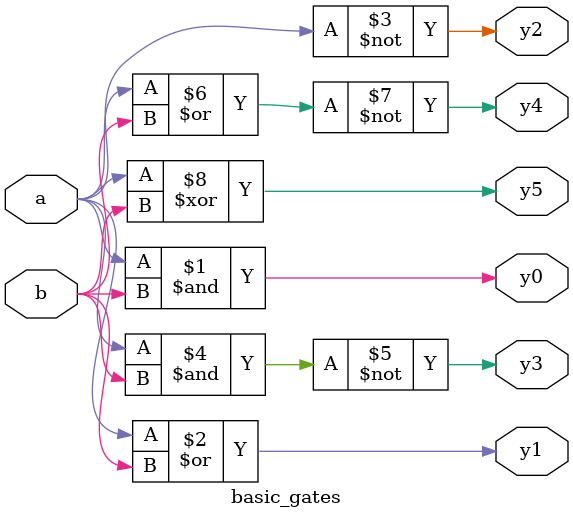
<source format=v>

module basic_gates(
    input a,
    input b,
    output y0,
    output y1,
    output y2,
    output y3,
    output y4,
    output y5
    );
    
    assign y0=a&b;
    assign y1=a|b;
    assign y2=~a;
    assign y3=~(a&b);
    assign y4=~(a|b);
    assign y5=a^b;
endmodule

</source>
